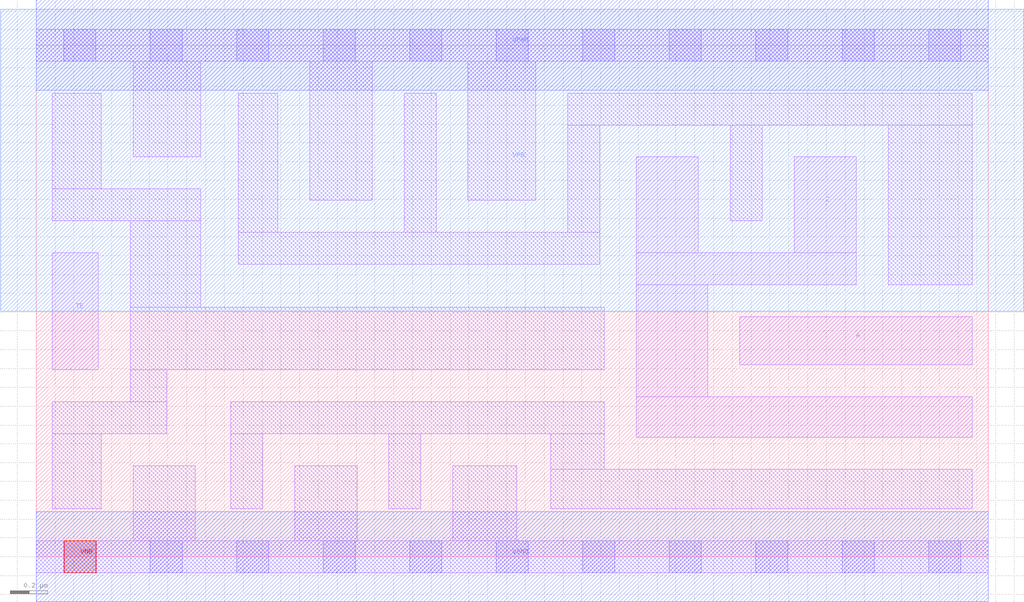
<source format=lef>
# Copyright 2020 The SkyWater PDK Authors
#
# Licensed under the Apache License, Version 2.0 (the "License");
# you may not use this file except in compliance with the License.
# You may obtain a copy of the License at
#
#     https://www.apache.org/licenses/LICENSE-2.0
#
# Unless required by applicable law or agreed to in writing, software
# distributed under the License is distributed on an "AS IS" BASIS,
# WITHOUT WARRANTIES OR CONDITIONS OF ANY KIND, either express or implied.
# See the License for the specific language governing permissions and
# limitations under the License.
#
# SPDX-License-Identifier: Apache-2.0

VERSION 5.7 ;
  NOWIREEXTENSIONATPIN ON ;
  DIVIDERCHAR "/" ;
  BUSBITCHARS "[]" ;
MACRO sky130_fd_sc_hd__einvp_4
  CLASS CORE ;
  FOREIGN sky130_fd_sc_hd__einvp_4 ;
  ORIGIN  0.000000  0.000000 ;
  SIZE  5.060000 BY  2.720000 ;
  SYMMETRY X Y R90 ;
  SITE unithd ;
  PIN A
    ANTENNAGATEAREA  0.990000 ;
    DIRECTION INPUT ;
    USE SIGNAL ;
    PORT
      LAYER li1 ;
        RECT 3.740000 1.020000 4.975000 1.275000 ;
    END
  END A
  PIN TE
    ANTENNAGATEAREA  0.637500 ;
    DIRECTION INPUT ;
    USE SIGNAL ;
    PORT
      LAYER li1 ;
        RECT 0.085000 0.995000 0.330000 1.615000 ;
    END
  END TE
  PIN VNB
    PORT
      LAYER pwell ;
        RECT 0.150000 -0.085000 0.320000 0.085000 ;
    END
  END VNB
  PIN VPB
    PORT
      LAYER nwell ;
        RECT -0.190000 1.305000 5.250000 2.910000 ;
    END
  END VPB
  PIN Z
    ANTENNADIFFAREA  0.891000 ;
    DIRECTION OUTPUT ;
    USE SIGNAL ;
    PORT
      LAYER li1 ;
        RECT 3.190000 0.635000 4.975000 0.850000 ;
        RECT 3.190000 0.850000 3.570000 1.445000 ;
        RECT 3.190000 1.445000 4.360000 1.615000 ;
        RECT 3.190000 1.615000 3.520000 2.125000 ;
        RECT 4.030000 1.615000 4.360000 2.125000 ;
    END
  END Z
  PIN VGND
    DIRECTION INOUT ;
    SHAPE ABUTMENT ;
    USE GROUND ;
    PORT
      LAYER met1 ;
        RECT 0.000000 -0.240000 5.060000 0.240000 ;
    END
  END VGND
  PIN VPWR
    DIRECTION INOUT ;
    SHAPE ABUTMENT ;
    USE POWER ;
    PORT
      LAYER met1 ;
        RECT 0.000000 2.480000 5.060000 2.960000 ;
    END
  END VPWR
  OBS
    LAYER li1 ;
      RECT 0.000000 -0.085000 5.060000 0.085000 ;
      RECT 0.000000  2.635000 5.060000 2.805000 ;
      RECT 0.085000  0.255000 0.345000 0.655000 ;
      RECT 0.085000  0.655000 0.695000 0.825000 ;
      RECT 0.085000  1.785000 0.875000 1.955000 ;
      RECT 0.085000  1.955000 0.345000 2.465000 ;
      RECT 0.500000  0.825000 0.695000 0.995000 ;
      RECT 0.500000  0.995000 3.020000 1.325000 ;
      RECT 0.500000  1.325000 0.875000 1.785000 ;
      RECT 0.515000  0.085000 0.845000 0.485000 ;
      RECT 0.515000  2.125000 0.875000 2.635000 ;
      RECT 1.035000  0.255000 1.205000 0.655000 ;
      RECT 1.035000  0.655000 3.020000 0.825000 ;
      RECT 1.075000  1.555000 2.995000 1.725000 ;
      RECT 1.075000  1.725000 1.285000 2.465000 ;
      RECT 1.375000  0.085000 1.705000 0.485000 ;
      RECT 1.455000  1.895000 1.785000 2.635000 ;
      RECT 1.875000  0.255000 2.045000 0.655000 ;
      RECT 1.955000  1.725000 2.125000 2.465000 ;
      RECT 2.215000  0.085000 2.555000 0.485000 ;
      RECT 2.295000  1.895000 2.655000 2.635000 ;
      RECT 2.735000  0.255000 4.975000 0.465000 ;
      RECT 2.735000  0.465000 3.020000 0.655000 ;
      RECT 2.825000  1.725000 2.995000 2.295000 ;
      RECT 2.825000  2.295000 4.975000 2.465000 ;
      RECT 3.690000  1.785000 3.860000 2.295000 ;
      RECT 4.530000  1.445000 4.975000 2.295000 ;
    LAYER mcon ;
      RECT 0.145000 -0.085000 0.315000 0.085000 ;
      RECT 0.145000  2.635000 0.315000 2.805000 ;
      RECT 0.605000 -0.085000 0.775000 0.085000 ;
      RECT 0.605000  2.635000 0.775000 2.805000 ;
      RECT 1.065000 -0.085000 1.235000 0.085000 ;
      RECT 1.065000  2.635000 1.235000 2.805000 ;
      RECT 1.525000 -0.085000 1.695000 0.085000 ;
      RECT 1.525000  2.635000 1.695000 2.805000 ;
      RECT 1.985000 -0.085000 2.155000 0.085000 ;
      RECT 1.985000  2.635000 2.155000 2.805000 ;
      RECT 2.445000 -0.085000 2.615000 0.085000 ;
      RECT 2.445000  2.635000 2.615000 2.805000 ;
      RECT 2.905000 -0.085000 3.075000 0.085000 ;
      RECT 2.905000  2.635000 3.075000 2.805000 ;
      RECT 3.365000 -0.085000 3.535000 0.085000 ;
      RECT 3.365000  2.635000 3.535000 2.805000 ;
      RECT 3.825000 -0.085000 3.995000 0.085000 ;
      RECT 3.825000  2.635000 3.995000 2.805000 ;
      RECT 4.285000 -0.085000 4.455000 0.085000 ;
      RECT 4.285000  2.635000 4.455000 2.805000 ;
      RECT 4.745000 -0.085000 4.915000 0.085000 ;
      RECT 4.745000  2.635000 4.915000 2.805000 ;
  END
END sky130_fd_sc_hd__einvp_4
END LIBRARY

</source>
